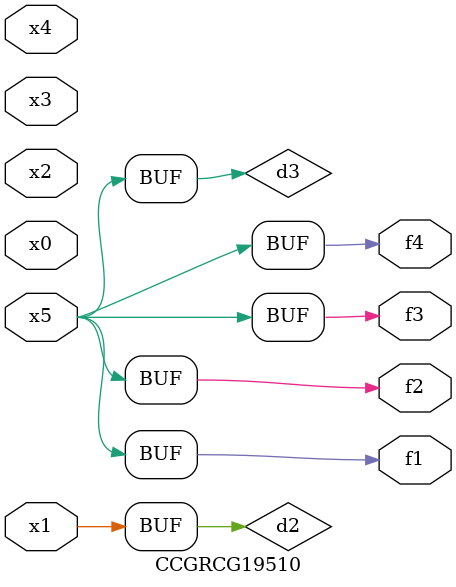
<source format=v>
module CCGRCG19510(
	input x0, x1, x2, x3, x4, x5,
	output f1, f2, f3, f4
);

	wire d1, d2, d3;

	not (d1, x5);
	or (d2, x1);
	xnor (d3, d1);
	assign f1 = d3;
	assign f2 = d3;
	assign f3 = d3;
	assign f4 = d3;
endmodule

</source>
